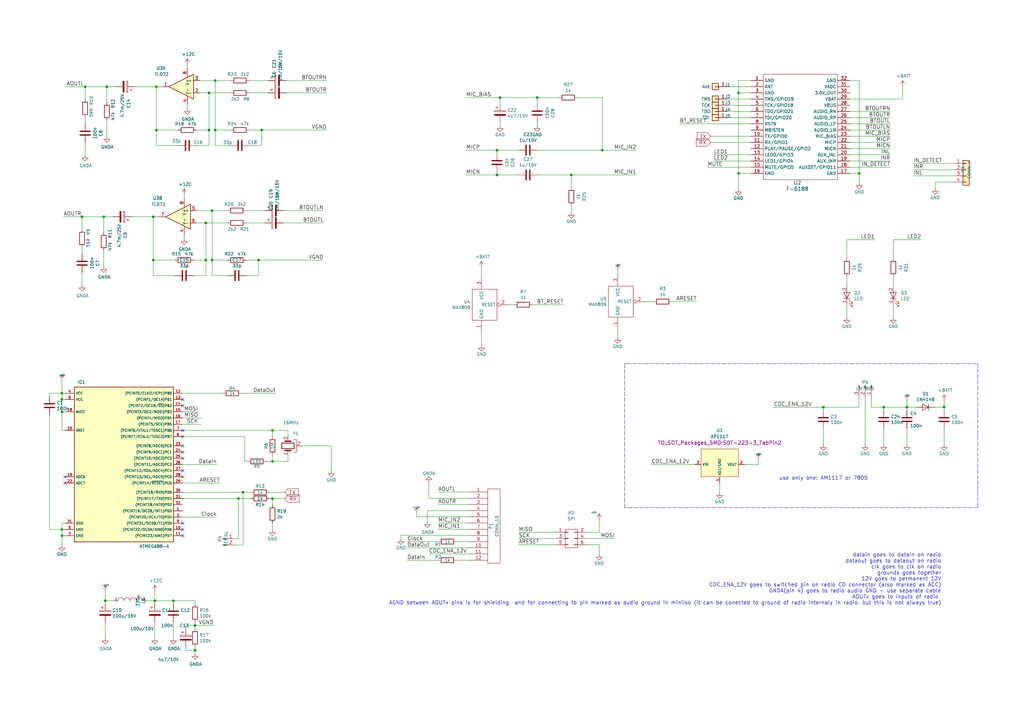
<source format=kicad_sch>
(kicad_sch (version 20200602) (host eeschema "5.99.0-unknown-6083c08~88~ubuntu18.04.1")
  (page 1 1)
  (paper "A3")
  (title_block (date "12 mar 2014"))
  (junction (at 25.4 161.29))
  (junction (at 25.4 163.83))
  (junction (at 25.4 168.91))
  (junction (at 25.4 217.17))
  (junction (at 25.4 219.71))
  (junction (at 33.655 88.9))
  (junction (at 34.925 35.56))
  (junction (at 42.545 88.9))
  (junction (at 43.18 246.38))
  (junction (at 43.815 35.56))
  (junction (at 62.865 88.9))
  (junction (at 62.865 106.68))
  (junction (at 63.5 246.38))
  (junction (at 64.135 35.56))
  (junction (at 64.135 53.34))
  (junction (at 71.12 246.38))
  (junction (at 80.01 256.54))
  (junction (at 80.01 266.7))
  (junction (at 84.455 91.44))
  (junction (at 84.455 106.68))
  (junction (at 85.725 38.1))
  (junction (at 85.725 53.34))
  (junction (at 86.995 86.36))
  (junction (at 86.995 106.68))
  (junction (at 88.265 33.02))
  (junction (at 88.265 53.34))
  (junction (at 97.79 204.47))
  (junction (at 99.695 201.93))
  (junction (at 106.045 106.68))
  (junction (at 107.315 53.34))
  (junction (at 111.76 176.53))
  (junction (at 111.76 189.23))
  (junction (at 111.76 204.47))
  (junction (at 203.835 61.595))
  (junction (at 203.835 71.755))
  (junction (at 205.105 40.005))
  (junction (at 220.345 40.005))
  (junction (at 234.315 71.755))
  (junction (at 247.015 61.595))
  (junction (at 302.895 38.1))
  (junction (at 302.895 71.12))
  (junction (at 337.693 167.005))
  (junction (at 352.425 71.12))
  (junction (at 362.458 167.005))
  (junction (at 371.983 167.005))
  (junction (at 387.223 167.005))
  (no_connect (at 74.93 179.07))
  (no_connect (at 74.93 166.37))
  (no_connect (at 74.93 219.71))
  (no_connect (at 74.93 176.53))
  (no_connect (at 74.93 214.63))
  (no_connect (at 74.93 187.96))
  (no_connect (at 74.93 217.17))
  (no_connect (at 74.93 193.04))
  (no_connect (at 74.93 195.58))
  (no_connect (at 26.67 198.12))
  (no_connect (at 74.93 182.88))
  (no_connect (at 26.67 195.58))
  (no_connect (at 74.93 185.42))
  (no_connect (at 74.93 163.83))
  (wire (pts (xy 20.32 161.29) (xy 25.4 161.29)))
  (wire (pts (xy 20.32 162.56) (xy 20.32 161.29)))
  (wire (pts (xy 20.32 217.17) (xy 20.32 170.18)))
  (wire (pts (xy 25.4 156.21) (xy 25.4 161.29)))
  (wire (pts (xy 25.4 161.29) (xy 25.4 163.83)))
  (wire (pts (xy 25.4 163.83) (xy 25.4 168.91)))
  (wire (pts (xy 25.4 168.91) (xy 25.4 176.53)))
  (wire (pts (xy 25.4 176.53) (xy 26.67 176.53)))
  (wire (pts (xy 25.4 214.63) (xy 25.4 217.17)))
  (wire (pts (xy 25.4 217.17) (xy 20.32 217.17)))
  (wire (pts (xy 25.4 217.17) (xy 25.4 219.71)))
  (wire (pts (xy 25.4 219.71) (xy 25.4 223.52)))
  (wire (pts (xy 26.035 88.9) (xy 33.655 88.9)))
  (wire (pts (xy 26.67 161.29) (xy 25.4 161.29)))
  (wire (pts (xy 26.67 163.83) (xy 25.4 163.83)))
  (wire (pts (xy 26.67 168.91) (xy 25.4 168.91)))
  (wire (pts (xy 26.67 214.63) (xy 25.4 214.63)))
  (wire (pts (xy 26.67 217.17) (xy 25.4 217.17)))
  (wire (pts (xy 26.67 219.71) (xy 25.4 219.71)))
  (wire (pts (xy 27.305 35.56) (xy 34.925 35.56)))
  (wire (pts (xy 33.655 88.9) (xy 42.545 88.9)))
  (wire (pts (xy 33.655 93.98) (xy 33.655 88.9)))
  (wire (pts (xy 33.655 101.6) (xy 33.655 104.14)))
  (wire (pts (xy 33.655 116.84) (xy 33.655 111.76)))
  (wire (pts (xy 34.925 35.56) (xy 43.815 35.56)))
  (wire (pts (xy 34.925 40.64) (xy 34.925 35.56)))
  (wire (pts (xy 34.925 48.26) (xy 34.925 50.8)))
  (wire (pts (xy 34.925 63.5) (xy 34.925 58.42)))
  (wire (pts (xy 42.545 88.9) (xy 46.355 88.9)))
  (wire (pts (xy 42.545 95.25) (xy 42.545 88.9)))
  (wire (pts (xy 42.545 109.22) (xy 42.545 102.87)))
  (wire (pts (xy 43.18 242.57) (xy 43.18 246.38)))
  (wire (pts (xy 43.18 246.38) (xy 43.18 247.65)))
  (wire (pts (xy 43.18 246.38) (xy 46.99 246.38)))
  (wire (pts (xy 43.18 255.27) (xy 43.18 261.62)))
  (wire (pts (xy 43.815 35.56) (xy 47.625 35.56)))
  (wire (pts (xy 43.815 41.91) (xy 43.815 35.56)))
  (wire (pts (xy 43.815 55.88) (xy 43.815 49.53)))
  (wire (pts (xy 53.975 88.9) (xy 62.865 88.9)))
  (wire (pts (xy 55.245 35.56) (xy 64.135 35.56)))
  (wire (pts (xy 59.69 246.38) (xy 63.5 246.38)))
  (wire (pts (xy 62.865 88.9) (xy 62.865 106.68)))
  (wire (pts (xy 62.865 88.9) (xy 65.405 88.9)))
  (wire (pts (xy 62.865 106.68) (xy 62.865 113.03)))
  (wire (pts (xy 62.865 113.03) (xy 71.755 113.03)))
  (wire (pts (xy 63.5 242.57) (xy 63.5 246.38)))
  (wire (pts (xy 63.5 246.38) (xy 63.5 247.65)))
  (wire (pts (xy 63.5 246.38) (xy 71.12 246.38)))
  (wire (pts (xy 63.5 255.27) (xy 63.5 261.62)))
  (wire (pts (xy 64.135 35.56) (xy 64.135 53.34)))
  (wire (pts (xy 64.135 35.56) (xy 66.675 35.56)))
  (wire (pts (xy 64.135 53.34) (xy 64.135 59.69)))
  (wire (pts (xy 64.135 59.69) (xy 73.025 59.69)))
  (wire (pts (xy 71.12 246.38) (xy 71.12 247.65)))
  (wire (pts (xy 71.12 246.38) (xy 80.01 246.38)))
  (wire (pts (xy 71.12 255.27) (xy 71.12 261.62)))
  (wire (pts (xy 71.755 106.68) (xy 62.865 106.68)))
  (wire (pts (xy 73.025 53.34) (xy 64.135 53.34)))
  (wire (pts (xy 74.93 161.29) (xy 91.44 161.29)))
  (wire (pts (xy 74.93 171.45) (xy 82.55 171.45)))
  (wire (pts (xy 74.93 173.99) (xy 82.55 173.99)))
  (wire (pts (xy 74.93 176.53) (xy 111.76 176.53)))
  (wire (pts (xy 74.93 179.07) (xy 100.33 179.07)))
  (wire (pts (xy 74.93 190.5) (xy 88.9 190.5)))
  (wire (pts (xy 74.93 198.12) (xy 90.17 198.12)))
  (wire (pts (xy 74.93 201.93) (xy 99.695 201.93)))
  (wire (pts (xy 74.93 204.47) (xy 97.79 204.47)))
  (wire (pts (xy 74.93 212.09) (xy 88.9 212.09)))
  (wire (pts (xy 75.565 80.01) (xy 75.565 81.28)))
  (wire (pts (xy 75.565 97.79) (xy 75.565 96.52)))
  (wire (pts (xy 76.2 256.54) (xy 80.01 256.54)))
  (wire (pts (xy 76.2 257.81) (xy 76.2 256.54)))
  (wire (pts (xy 76.2 265.43) (xy 76.2 266.7)))
  (wire (pts (xy 76.2 266.7) (xy 80.01 266.7)))
  (wire (pts (xy 76.835 26.67) (xy 76.835 27.94)))
  (wire (pts (xy 76.835 44.45) (xy 76.835 43.18)))
  (wire (pts (xy 79.375 106.68) (xy 84.455 106.68)))
  (wire (pts (xy 80.01 246.38) (xy 80.01 247.65)))
  (wire (pts (xy 80.01 255.27) (xy 80.01 256.54)))
  (wire (pts (xy 80.01 256.54) (xy 80.01 257.81)))
  (wire (pts (xy 80.01 256.54) (xy 87.63 256.54)))
  (wire (pts (xy 80.01 265.43) (xy 80.01 266.7)))
  (wire (pts (xy 80.01 266.7) (xy 80.01 267.97)))
  (wire (pts (xy 80.645 53.34) (xy 85.725 53.34)))
  (wire (pts (xy 80.645 86.36) (xy 86.995 86.36)))
  (wire (pts (xy 80.645 91.44) (xy 84.455 91.44)))
  (wire (pts (xy 81.28 168.91) (xy 74.93 168.91)))
  (wire (pts (xy 81.915 33.02) (xy 88.265 33.02)))
  (wire (pts (xy 81.915 38.1) (xy 85.725 38.1)))
  (wire (pts (xy 84.455 91.44) (xy 84.455 106.68)))
  (wire (pts (xy 84.455 91.44) (xy 93.345 91.44)))
  (wire (pts (xy 84.455 106.68) (xy 84.455 113.03)))
  (wire (pts (xy 84.455 113.03) (xy 79.375 113.03)))
  (wire (pts (xy 85.725 38.1) (xy 85.725 53.34)))
  (wire (pts (xy 85.725 38.1) (xy 94.615 38.1)))
  (wire (pts (xy 85.725 53.34) (xy 85.725 59.69)))
  (wire (pts (xy 85.725 59.69) (xy 80.645 59.69)))
  (wire (pts (xy 86.995 86.36) (xy 86.995 106.68)))
  (wire (pts (xy 86.995 86.36) (xy 93.345 86.36)))
  (wire (pts (xy 86.995 106.68) (xy 86.995 113.03)))
  (wire (pts (xy 86.995 113.03) (xy 93.345 113.03)))
  (wire (pts (xy 88.265 33.02) (xy 88.265 53.34)))
  (wire (pts (xy 88.265 33.02) (xy 94.615 33.02)))
  (wire (pts (xy 88.265 53.34) (xy 88.265 59.69)))
  (wire (pts (xy 88.265 59.69) (xy 94.615 59.69)))
  (wire (pts (xy 93.345 106.68) (xy 86.995 106.68)))
  (wire (pts (xy 94.615 53.34) (xy 88.265 53.34)))
  (wire (pts (xy 96.52 220.98) (xy 97.79 220.98)))
  (wire (pts (xy 96.52 223.52) (xy 99.695 223.52)))
  (wire (pts (xy 97.79 204.47) (xy 102.87 204.47)))
  (wire (pts (xy 97.79 220.98) (xy 97.79 204.47)))
  (wire (pts (xy 99.06 161.29) (xy 113.03 161.29)))
  (wire (pts (xy 99.695 201.93) (xy 102.87 201.93)))
  (wire (pts (xy 99.695 223.52) (xy 99.695 201.93)))
  (wire (pts (xy 100.33 179.07) (xy 100.33 189.23)))
  (wire (pts (xy 100.33 189.23) (xy 101.6 189.23)))
  (wire (pts (xy 100.965 86.36) (xy 108.585 86.36)))
  (wire (pts (xy 100.965 91.44) (xy 108.585 91.44)))
  (wire (pts (xy 100.965 106.68) (xy 106.045 106.68)))
  (wire (pts (xy 100.965 113.03) (xy 106.045 113.03)))
  (wire (pts (xy 102.235 33.02) (xy 109.855 33.02)))
  (wire (pts (xy 102.235 38.1) (xy 109.855 38.1)))
  (wire (pts (xy 102.235 53.34) (xy 107.315 53.34)))
  (wire (pts (xy 102.235 59.69) (xy 107.315 59.69)))
  (wire (pts (xy 106.045 106.68) (xy 132.715 106.68)))
  (wire (pts (xy 106.045 113.03) (xy 106.045 106.68)))
  (wire (pts (xy 107.315 53.34) (xy 133.985 53.34)))
  (wire (pts (xy 107.315 59.69) (xy 107.315 53.34)))
  (wire (pts (xy 109.22 189.23) (xy 111.76 189.23)))
  (wire (pts (xy 110.49 201.93) (xy 116.84 201.93)))
  (wire (pts (xy 110.49 204.47) (xy 111.76 204.47)))
  (wire (pts (xy 111.76 176.53) (xy 111.76 179.07)))
  (wire (pts (xy 111.76 176.53) (xy 118.11 176.53)))
  (wire (pts (xy 111.76 186.69) (xy 111.76 189.23)))
  (wire (pts (xy 111.76 189.23) (xy 118.11 189.23)))
  (wire (pts (xy 111.76 204.47) (xy 116.84 204.47)))
  (wire (pts (xy 111.76 207.01) (xy 111.76 204.47)))
  (wire (pts (xy 111.76 217.17) (xy 111.76 214.63)))
  (wire (pts (xy 118.11 176.53) (xy 118.11 179.07)))
  (wire (pts (xy 118.11 189.23) (xy 118.11 186.69)))
  (wire (pts (xy 132.715 86.36) (xy 116.205 86.36)))
  (wire (pts (xy 132.715 91.44) (xy 116.205 91.44)))
  (wire (pts (xy 133.985 33.02) (xy 117.475 33.02)))
  (wire (pts (xy 133.985 38.1) (xy 117.475 38.1)))
  (wire (pts (xy 135.89 182.88) (xy 123.19 182.88)))
  (wire (pts (xy 135.89 193.04) (xy 135.89 182.88)))
  (wire (pts (xy 164.465 219.583) (xy 164.465 220.853)))
  (wire (pts (xy 164.465 219.583) (xy 192.405 219.583)))
  (wire (pts (xy 167.005 224.663) (xy 192.405 224.663)))
  (wire (pts (xy 170.815 211.963) (xy 170.815 210.693)))
  (wire (pts (xy 170.815 211.963) (xy 192.405 211.963)))
  (wire (pts (xy 175.26 209.423) (xy 192.405 209.423)))
  (wire (pts (xy 175.26 213.868) (xy 175.26 209.423)))
  (wire (pts (xy 175.895 197.993) (xy 175.895 204.343)))
  (wire (pts (xy 175.895 204.343) (xy 192.405 204.343)))
  (wire (pts (xy 175.895 227.203) (xy 192.405 227.203)))
  (wire (pts (xy 179.705 214.503) (xy 192.405 214.503)))
  (wire (pts (xy 179.705 217.043) (xy 192.405 217.043)))
  (wire (pts (xy 179.705 222.123) (xy 167.005 222.123)))
  (wire (pts (xy 179.705 229.743) (xy 167.005 229.743)))
  (wire (pts (xy 187.325 222.123) (xy 192.405 222.123)))
  (wire (pts (xy 187.325 229.743) (xy 192.405 229.743)))
  (wire (pts (xy 191.135 40.005) (xy 205.105 40.005)))
  (wire (pts (xy 192.405 201.803) (xy 179.705 201.803)))
  (wire (pts (xy 192.405 206.883) (xy 179.705 206.883)))
  (wire (pts (xy 197.485 113.538) (xy 197.485 109.728)))
  (wire (pts (xy 197.485 141.478) (xy 197.485 136.398)))
  (wire (pts (xy 203.835 61.595) (xy 191.135 61.595)))
  (wire (pts (xy 203.835 62.865) (xy 203.835 61.595)))
  (wire (pts (xy 203.835 70.485) (xy 203.835 71.755)))
  (wire (pts (xy 203.835 71.755) (xy 191.135 71.755)))
  (wire (pts (xy 205.105 40.005) (xy 220.345 40.005)))
  (wire (pts (xy 205.105 42.545) (xy 205.105 40.005)))
  (wire (pts (xy 205.105 51.435) (xy 205.105 50.165)))
  (wire (pts (xy 208.915 124.968) (xy 210.82 124.968)))
  (wire (pts (xy 212.725 61.595) (xy 203.835 61.595)))
  (wire (pts (xy 212.725 71.755) (xy 203.835 71.755)))
  (wire (pts (xy 212.725 220.853) (xy 227.965 220.853)))
  (wire (pts (xy 220.345 40.005) (xy 229.235 40.005)))
  (wire (pts (xy 220.345 42.545) (xy 220.345 40.005)))
  (wire (pts (xy 220.345 51.435) (xy 220.345 50.165)))
  (wire (pts (xy 220.345 61.595) (xy 247.015 61.595)))
  (wire (pts (xy 220.345 71.755) (xy 234.315 71.755)))
  (wire (pts (xy 227.965 218.313) (xy 212.725 218.313)))
  (wire (pts (xy 227.965 223.393) (xy 212.725 223.393)))
  (wire (pts (xy 231.14 124.968) (xy 218.44 124.968)))
  (wire (pts (xy 234.315 71.755) (xy 260.985 71.755)))
  (wire (pts (xy 234.315 76.835) (xy 234.315 71.755)))
  (wire (pts (xy 234.315 86.995) (xy 234.315 84.455)))
  (wire (pts (xy 236.855 40.005) (xy 247.015 40.005)))
  (wire (pts (xy 240.665 218.313) (xy 245.745 218.313)))
  (wire (pts (xy 240.665 220.853) (xy 252.095 220.853)))
  (wire (pts (xy 240.665 223.393) (xy 245.745 223.393)))
  (wire (pts (xy 245.745 218.313) (xy 245.745 213.233)))
  (wire (pts (xy 245.745 223.393) (xy 245.745 227.203)))
  (wire (pts (xy 247.015 40.005) (xy 247.015 61.595)))
  (wire (pts (xy 247.015 61.595) (xy 260.985 61.595)))
  (wire (pts (xy 253.365 110.998) (xy 253.365 112.268)))
  (wire (pts (xy 253.365 135.128) (xy 253.365 138.303)))
  (wire (pts (xy 264.795 123.698) (xy 267.97 123.698)))
  (wire (pts (xy 267.208 190.5) (xy 284.988 190.5)))
  (wire (pts (xy 278.765 50.8) (xy 307.975 50.8)))
  (wire (pts (xy 285.75 123.698) (xy 275.59 123.698)))
  (wire (pts (xy 295.148 198.12) (xy 295.148 201.93)))
  (wire (pts (xy 298.45 43.18) (xy 307.975 43.18)))
  (wire (pts (xy 298.45 48.26) (xy 307.975 48.26)))
  (wire (pts (xy 302.895 33.02) (xy 302.895 38.1)))
  (wire (pts (xy 302.895 38.1) (xy 302.895 71.12)))
  (wire (pts (xy 302.895 71.12) (xy 302.895 77.47)))
  (wire (pts (xy 305.308 190.5) (xy 311.023 190.5)))
  (wire (pts (xy 307.975 33.02) (xy 302.895 33.02)))
  (wire (pts (xy 307.975 35.56) (xy 298.45 35.56)))
  (wire (pts (xy 307.975 38.1) (xy 302.895 38.1)))
  (wire (pts (xy 307.975 40.64) (xy 298.45 40.64)))
  (wire (pts (xy 307.975 45.72) (xy 298.45 45.72)))
  (wire (pts (xy 307.975 55.88) (xy 291.465 55.88)))
  (wire (pts (xy 307.975 58.42) (xy 291.465 58.42)))
  (wire (pts (xy 307.975 63.5) (xy 292.735 63.5)))
  (wire (pts (xy 307.975 66.04) (xy 292.735 66.04)))
  (wire (pts (xy 307.975 68.58) (xy 290.195 68.58)))
  (wire (pts (xy 307.975 71.12) (xy 302.895 71.12)))
  (wire (pts (xy 311.023 188.595) (xy 311.023 190.5)))
  (wire (pts (xy 337.693 167.005) (xy 317.373 167.005)))
  (wire (pts (xy 337.693 167.005) (xy 337.693 168.275)))
  (wire (pts (xy 337.693 167.005) (xy 352.298 167.005)))
  (wire (pts (xy 337.693 175.895) (xy 337.693 182.245)))
  (wire (pts (xy 347.345 98.298) (xy 358.775 98.298)))
  (wire (pts (xy 347.345 105.918) (xy 347.345 98.298)))
  (wire (pts (xy 347.345 113.538) (xy 347.345 117.348)))
  (wire (pts (xy 347.345 124.968) (xy 347.345 130.048)))
  (wire (pts (xy 348.615 45.72) (xy 365.125 45.72)))
  (wire (pts (xy 348.615 48.26) (xy 365.125 48.26)))
  (wire (pts (xy 348.615 50.8) (xy 365.125 50.8)))
  (wire (pts (xy 348.615 53.34) (xy 365.125 53.34)))
  (wire (pts (xy 348.615 55.88) (xy 365.125 55.88)))
  (wire (pts (xy 348.615 58.42) (xy 365.125 58.42)))
  (wire (pts (xy 348.615 60.96) (xy 365.125 60.96)))
  (wire (pts (xy 348.615 63.5) (xy 365.125 63.5)))
  (wire (pts (xy 348.615 66.04) (xy 365.125 66.04)))
  (wire (pts (xy 348.615 68.58) (xy 365.125 68.58)))
  (wire (pts (xy 348.615 71.12) (xy 352.425 71.12)))
  (wire (pts (xy 352.298 163.195) (xy 352.298 167.005)))
  (wire (pts (xy 352.425 33.02) (xy 348.615 33.02)))
  (wire (pts (xy 352.425 71.12) (xy 352.425 33.02)))
  (wire (pts (xy 352.425 74.93) (xy 352.425 71.12)))
  (wire (pts (xy 354.838 163.195) (xy 354.838 182.245)))
  (wire (pts (xy 357.378 163.195) (xy 357.378 167.005)))
  (wire (pts (xy 357.378 167.005) (xy 362.458 167.005)))
  (wire (pts (xy 362.458 167.005) (xy 362.458 168.275)))
  (wire (pts (xy 362.458 167.005) (xy 371.983 167.005)))
  (wire (pts (xy 362.458 175.895) (xy 362.458 182.245)))
  (wire (pts (xy 366.395 98.298) (xy 377.825 98.298)))
  (wire (pts (xy 366.395 105.918) (xy 366.395 98.298)))
  (wire (pts (xy 366.395 113.538) (xy 366.395 117.348)))
  (wire (pts (xy 366.395 124.968) (xy 366.395 130.048)))
  (wire (pts (xy 370.205 40.64) (xy 348.615 40.64)))
  (wire (pts (xy 370.205 40.64) (xy 370.205 35.56)))
  (wire (pts (xy 371.983 164.465) (xy 371.983 167.005)))
  (wire (pts (xy 371.983 167.005) (xy 371.983 168.275)))
  (wire (pts (xy 371.983 167.005) (xy 375.793 167.005)))
  (wire (pts (xy 371.983 175.895) (xy 371.983 182.245)))
  (wire (pts (xy 383.413 167.005) (xy 387.223 167.005)))
  (wire (pts (xy 383.54 74.676) (xy 391.16 74.676)))
  (wire (pts (xy 383.54 77.216) (xy 383.54 74.676)))
  (wire (pts (xy 387.223 164.465) (xy 387.223 167.005)))
  (wire (pts (xy 387.223 167.005) (xy 387.223 168.275)))
  (wire (pts (xy 387.223 182.245) (xy 387.223 175.895)))
  (wire (pts (xy 391.16 67.056) (xy 374.65 67.056)))
  (wire (pts (xy 391.16 69.596) (xy 374.65 69.596)))
  (wire (pts (xy 391.16 72.136) (xy 374.65 72.136)))
  (polyline (pts (xy 256.159 149.098) (xy 257.175 149.098)) (stroke (width 0) (type dash)))
  (polyline (pts (xy 256.159 208.153) (xy 256.159 149.098)) (stroke (width 0) (type dash)))
  (polyline (pts (xy 257.175 149.098) (xy 401.066 149.098)) (stroke (width 0) (type dash)))
  (polyline (pts (xy 401.066 149.098) (xy 401.066 208.153)) (stroke (width 0) (type dash)))
  (polyline (pts (xy 401.066 208.153) (xy 256.159 208.153)) (stroke (width 0) (type dash)))
  (text "use only one: AM1117 or 7805" (at 355.981 197.104 180) (effects (font (size 1.524 1.524)) (justify right bottom)))
  (text "datain goes to datain on radio\ndataout goes to dataout on radio\nclk goes to clk on radio\ngrounds goes together\n12V goes to permanent 12V\nCDC_ENA_12V goes to switched pin on radio CD connector (also marked as ACC)\nGNDA(pin 4) goes to radio audio GND - use separate cable\nAOUTx goes to inputs of radio \nAGND between AOUTx pins is for shielding  and for connecting to pin marked as audio ground in miniiso (it can be conected to ground of radio internaly in radio, but this is not always true)\n  " (at 386.08 250.698 0) (effects (font (size 1.524 1.524)) (justify right bottom)))
  (label "AOUTR" (at 26.035 88.9 0) (effects (font (size 1.524 1.524))))
  (label "AOUTL" (at 27.305 35.56 0) (effects (font (size 1.524 1.524))))
  (label "MOSI" (at 81.28 168.91 180) (effects (font (size 1.524 1.524))))
  (label "MISO" (at 81.28 171.45 180) (effects (font (size 1.524 1.524))))
  (label "SCK" (at 81.28 173.99 180) (effects (font (size 1.524 1.524))))
  (label "VGND" (at 87.63 256.54 180) (effects (font (size 1.524 1.524))))
  (label "DataIn" (at 88.9 190.5 180) (effects (font (size 1.524 1.524))))
  (label "Clock" (at 88.9 212.09 180) (effects (font (size 1.524 1.524))))
  (label "ARESET" (at 90.17 198.12 180) (effects (font (size 1.524 1.524))))
  (label "DataOut" (at 113.03 161.29 180) (effects (font (size 1.524 1.524))))
  (label "BTOUTLN" (at 132.715 86.36 180) (effects (font (size 1.524 1.524))))
  (label "BTOUTL" (at 132.715 91.44 180) (effects (font (size 1.524 1.524))))
  (label "VGND" (at 132.715 106.68 180) (effects (font (size 1.524 1.524))))
  (label "BTOUTRN" (at 133.985 33.02 180) (effects (font (size 1.524 1.524))))
  (label "BTOUTR" (at 133.985 38.1 180) (effects (font (size 1.524 1.524))))
  (label "VGND" (at 133.985 53.34 180) (effects (font (size 1.524 1.524))))
  (label "Clock" (at 167.005 222.123 0) (effects (font (size 1.524 1.524))))
  (label "DataOut" (at 167.005 224.663 0) (effects (font (size 1.524 1.524))))
  (label "DataIn" (at 167.005 229.743 0) (effects (font (size 1.524 1.524))))
  (label "CDC_ENA_12V" (at 175.895 227.203 0) (effects (font (size 1.524 1.524))))
  (label "AOUTL" (at 179.705 201.803 0) (effects (font (size 1.524 1.524))))
  (label "AOUTR" (at 179.705 206.883 0) (effects (font (size 1.524 1.524))))
  (label "MIC_IN2" (at 179.705 214.503 0) (effects (font (size 1.524 1.524))))
  (label "MIC_IN1" (at 179.705 217.043 0) (effects (font (size 1.524 1.524))))
  (label "MIC_BIAS" (at 191.135 40.005 0) (effects (font (size 1.524 1.524))))
  (label "MICP" (at 191.135 61.595 0) (effects (font (size 1.524 1.524))))
  (label "MICN" (at 191.135 71.755 0) (effects (font (size 1.524 1.524))))
  (label "MISO" (at 212.725 218.313 0) (effects (font (size 1.524 1.524))))
  (label "SCK" (at 212.725 220.853 0) (effects (font (size 1.524 1.524))))
  (label "ARESET" (at 212.725 223.393 0) (effects (font (size 1.524 1.524))))
  (label "BT_RESET" (at 231.14 124.968 180) (effects (font (size 1.524 1.524))))
  (label "MOSI" (at 252.095 220.853 180) (effects (font (size 1.524 1.524))))
  (label "MIC_IN2" (at 260.985 61.595 180) (effects (font (size 1.524 1.524))))
  (label "MIC_IN1" (at 260.985 71.755 180) (effects (font (size 1.524 1.524))))
  (label "CDC_ENA_12V" (at 267.208 190.5 0) (effects (font (size 1.524 1.524))))
  (label "BT_RESET" (at 278.765 50.8 0) (effects (font (size 1.524 1.524))))
  (label "ARESET" (at 285.75 123.698 180) (effects (font (size 1.524 1.524))))
  (label "MUTE" (at 290.195 68.58 0) (effects (font (size 1.524 1.524))))
  (label "LED1" (at 292.735 63.5 0) (effects (font (size 1.524 1.524))))
  (label "LED2" (at 292.735 66.04 0) (effects (font (size 1.524 1.524))))
  (label "CDC_ENA_12V" (at 317.373 167.005 0) (effects (font (size 1.524 1.524))))
  (label "LED1" (at 358.775 98.298 180) (effects (font (size 1.524 1.524))))
  (label "BTOUTRN" (at 365.125 45.72 180) (effects (font (size 1.524 1.524))))
  (label "BTOUTR" (at 365.125 48.26 180) (effects (font (size 1.524 1.524))))
  (label "BTOUTL" (at 365.125 50.8 180) (effects (font (size 1.524 1.524))))
  (label "BTOUTLN" (at 365.125 53.34 180) (effects (font (size 1.524 1.524))))
  (label "MIC_BIAS" (at 365.125 55.88 180) (effects (font (size 1.524 1.524))))
  (label "MICP" (at 365.125 58.42 180) (effects (font (size 1.524 1.524))))
  (label "MICN" (at 365.125 60.96 180) (effects (font (size 1.524 1.524))))
  (label "INL" (at 365.125 63.5 180) (effects (font (size 1.524 1.524))))
  (label "INR" (at 365.125 66.04 180) (effects (font (size 1.524 1.524))))
  (label "IN_DETECT" (at 365.125 68.58 180) (effects (font (size 1.524 1.524))))
  (label "IN_DETECT" (at 374.65 67.056 0) (effects (font (size 1.524 1.524))))
  (label "INR" (at 374.65 69.596 0) (effects (font (size 1.524 1.524))))
  (label "INL" (at 374.65 72.136 0) (effects (font (size 1.524 1.524))))
  (label "LED2" (at 377.825 98.298 180) (effects (font (size 1.524 1.524))))
  (global_label "TX" (shape input) (at 116.84 201.93 0) (effects (font (size 1.524 1.524))))
  (global_label "RX" (shape input) (at 116.84 204.47 0) (effects (font (size 1.524 1.524))))
  (global_label "TX" (shape input) (at 291.465 55.88 180) (effects (font (size 1.524 1.524))))
  (global_label "RX" (shape input) (at 291.465 58.42 180) (effects (font (size 1.524 1.524))))
  (symbol (lib_id "atmegax8_with_bluetooth-rescue:+5V-RESCUE-atmegax8_with_bluetooth") (at 25.4 156.21 0) (unit 1)
    (property "Reference" "#PWR04" (effects hide))
    (property "Value" "+5V" (at 25.4 153.924 0) (effects (font (size 0.762 0.762))))
  )
  (symbol (lib_id "atmegax8_with_bluetooth-rescue:+12V-RESCUE-atmegax8_with_bluetooth") (at 43.18 242.57 0) (unit 1)
    (property "Reference" "#PWR02" (effects hide))
    (property "Value" "+12V" (at 43.18 240.03 0) (effects (font (size 0.762 0.762))))
  )
  (symbol (lib_id "atmegax8_with_bluetooth-rescue:+12C-RESCUE-atmegax8_with_bluetooth") (at 63.5 242.57 0) (unit 1)
    (property "Reference" "#PWR023" (effects hide))
    (property "Value" "+12C" (at 63.9572 238.1504 0))
  )
  (symbol (lib_id "atmegax8_with_bluetooth-rescue:+12C-RESCUE-atmegax8_with_bluetooth") (at 75.565 80.01 0) (unit 1)
    (property "Reference" "#PWR034" (effects hide))
    (property "Value" "+12C" (at 76.0222 75.5904 0))
  )
  (symbol (lib_id "atmegax8_with_bluetooth-rescue:+12C-RESCUE-atmegax8_with_bluetooth") (at 76.835 26.67 0) (unit 1)
    (property "Reference" "#PWR030" (effects hide))
    (property "Value" "+12C" (at 77.2922 22.2504 0))
  )
  (symbol (lib_id "atmegax8_with_bluetooth-rescue:+12V-RESCUE-atmegax8_with_bluetooth") (at 170.815 210.693 0) (unit 1)
    (property "Reference" "#PWR05" (effects hide))
    (property "Value" "+12V" (at 170.815 208.153 0) (effects (font (size 0.762 0.762))))
  )
  (symbol (lib_id "atmegax8_with_bluetooth-rescue:+BATT-RESCUE-atmegax8_with_bluetooth") (at 197.485 109.728 0) (unit 1)
    (property "Reference" "#PWR018" (effects hide))
    (property "Value" "+BATT" (at 197.9422 105.3084 0))
  )
  (symbol (lib_id "atmegax8_with_bluetooth-rescue:+5V-RESCUE-atmegax8_with_bluetooth") (at 245.745 213.233 0) (unit 1)
    (property "Reference" "#PWR019" (effects hide))
    (property "Value" "+5V" (at 243.586 210.185 0) (effects (font (size 0.762 0.762))))
  )
  (symbol (lib_id "atmegax8_with_bluetooth-rescue:+5V-RESCUE-atmegax8_with_bluetooth") (at 253.365 110.998 0) (unit 1)
    (property "Reference" "#PWR01" (effects hide))
    (property "Value" "+5V" (at 253.365 108.712 0) (effects (font (size 0.762 0.762))))
  )
  (symbol (lib_id "atmegax8_with_bluetooth-rescue:+5V-RESCUE-atmegax8_with_bluetooth") (at 311.023 188.595 0) (unit 1)
    (property "Reference" "#PWR0102" (effects hide))
    (property "Value" "+5V" (at 311.023 186.309 0) (effects (font (size 0.762 0.762))))
  )
  (symbol (lib_id "atmegax8_with_bluetooth-rescue:+BATT-RESCUE-atmegax8_with_bluetooth") (at 370.205 35.56 0) (unit 1)
    (property "Reference" "#PWR015" (effects hide))
    (property "Value" "+BATT" (at 370.6622 31.1404 0))
  )
  (symbol (lib_id "atmegax8_with_bluetooth-rescue:+5V-RESCUE-atmegax8_with_bluetooth") (at 371.983 164.465 0) (unit 1)
    (property "Reference" "#PWR03" (effects hide))
    (property "Value" "+5V" (at 371.983 162.179 0) (effects (font (size 0.762 0.762))))
  )
  (symbol (lib_id "atmegax8_with_bluetooth-rescue:+BATT-RESCUE-atmegax8_with_bluetooth") (at 387.223 164.465 0) (unit 1)
    (property "Reference" "#PWR014" (effects hide))
    (property "Value" "+BATT" (at 387.6802 160.0454 0))
  )
  (symbol (lib_id "atmegax8_with_bluetooth-rescue:GND-RESCUE-atmegax8_with_bluetooth") (at 25.4 223.52 0) (unit 1)
    (property "Reference" "#PWR06" (effects hide))
    (property "Value" "GND" (at 25.4 227.33 0))
  )
  (symbol (lib_id "atmegax8_with_bluetooth-rescue:GNDA-RESCUE-atmegax8_with_bluetooth") (at 33.655 116.84 0) (unit 1)
    (property "Reference" "#PWR037" (effects hide))
    (property "Value" "GNDA" (at 33.8582 121.2596 0))
  )
  (symbol (lib_id "atmegax8_with_bluetooth-rescue:GNDA-RESCUE-atmegax8_with_bluetooth") (at 34.925 63.5 0) (unit 1)
    (property "Reference" "#PWR033" (effects hide))
    (property "Value" "GNDA" (at 35.1282 67.9196 0))
  )
  (symbol (lib_id "atmegax8_with_bluetooth-rescue:GNDA-RESCUE-atmegax8_with_bluetooth") (at 42.545 109.22 0) (unit 1)
    (property "Reference" "#PWR036" (effects hide))
    (property "Value" "GNDA" (at 42.7482 113.6396 0))
  )
  (symbol (lib_id "atmegax8_with_bluetooth-rescue:GNDA-RESCUE-atmegax8_with_bluetooth") (at 43.18 261.62 0) (unit 1)
    (property "Reference" "#PWR0101" (effects hide))
    (property "Value" "GNDA" (at 43.3832 266.0396 0))
  )
  (symbol (lib_id "atmegax8_with_bluetooth-rescue:GNDA-RESCUE-atmegax8_with_bluetooth") (at 43.815 55.88 0) (unit 1)
    (property "Reference" "#PWR032" (effects hide))
    (property "Value" "GNDA" (at 44.0182 60.2996 0))
  )
  (symbol (lib_id "atmegax8_with_bluetooth-rescue:GNDA-RESCUE-atmegax8_with_bluetooth") (at 63.5 261.62 0) (unit 1)
    (property "Reference" "#PWR025" (effects hide))
    (property "Value" "GNDA" (at 63.7032 266.0396 0))
  )
  (symbol (lib_id "atmegax8_with_bluetooth-rescue:GNDA-RESCUE-atmegax8_with_bluetooth") (at 71.12 261.62 0) (unit 1)
    (property "Reference" "#PWR026" (effects hide))
    (property "Value" "GNDA" (at 71.3232 266.0396 0))
  )
  (symbol (lib_id "atmegax8_with_bluetooth-rescue:GNDA-RESCUE-atmegax8_with_bluetooth") (at 75.565 97.79 0) (unit 1)
    (property "Reference" "#PWR035" (effects hide))
    (property "Value" "GNDA" (at 75.7682 102.2096 0))
  )
  (symbol (lib_id "atmegax8_with_bluetooth-rescue:GNDA-RESCUE-atmegax8_with_bluetooth") (at 76.835 44.45 0) (unit 1)
    (property "Reference" "#PWR031" (effects hide))
    (property "Value" "GNDA" (at 77.0382 48.8696 0))
  )
  (symbol (lib_id "atmegax8_with_bluetooth-rescue:GNDA-RESCUE-atmegax8_with_bluetooth") (at 80.01 267.97 0) (unit 1)
    (property "Reference" "#PWR027" (effects hide))
    (property "Value" "GNDA" (at 80.2132 272.3896 0))
  )
  (symbol (lib_id "atmegax8_with_bluetooth-rescue:GND-RESCUE-atmegax8_with_bluetooth") (at 111.76 217.17 0) (unit 1)
    (property "Reference" "#PWR028" (effects hide))
    (property "Value" "GND" (at 111.76 220.98 0))
  )
  (symbol (lib_id "atmegax8_with_bluetooth-rescue:GND-RESCUE-atmegax8_with_bluetooth") (at 135.89 193.04 0) (unit 1)
    (property "Reference" "#PWR07" (effects hide))
    (property "Value" "GND" (at 135.89 196.85 0))
  )
  (symbol (lib_id "atmegax8_with_bluetooth-rescue:GND-RESCUE-atmegax8_with_bluetooth") (at 164.465 220.853 0) (unit 1)
    (property "Reference" "#PWR011" (effects hide))
    (property "Value" "GND" (at 164.465 224.663 0))
  )
  (symbol (lib_id "atmegax8_with_bluetooth-rescue:GNDA-RESCUE-atmegax8_with_bluetooth") (at 175.26 213.868 0) (unit 1)
    (property "Reference" "#PWR0103" (effects hide))
    (property "Value" "GNDA" (at 175.4632 218.2876 0))
  )
  (symbol (lib_id "atmegax8_with_bluetooth-rescue:GNDA-RESCUE-atmegax8_with_bluetooth") (at 175.895 197.993 180) (unit 1)
    (property "Reference" "#PWR021" (effects hide))
    (property "Value" "GNDA" (at 175.895 194.183 0))
  )
  (symbol (lib_id "atmegax8_with_bluetooth-rescue:GND-RESCUE-atmegax8_with_bluetooth") (at 197.485 141.478 0) (unit 1)
    (property "Reference" "#PWR017" (effects hide))
    (property "Value" "GND" (at 197.485 145.288 0))
  )
  (symbol (lib_id "atmegax8_with_bluetooth-rescue:GND-RESCUE-atmegax8_with_bluetooth") (at 205.105 51.435 0) (unit 1)
    (property "Reference" "#PWR038" (effects hide))
    (property "Value" "GND" (at 205.105 55.245 0))
  )
  (symbol (lib_id "atmegax8_with_bluetooth-rescue:GND-RESCUE-atmegax8_with_bluetooth") (at 220.345 51.435 0) (unit 1)
    (property "Reference" "#PWR013" (effects hide))
    (property "Value" "GND" (at 220.345 55.245 0))
  )
  (symbol (lib_id "atmegax8_with_bluetooth-rescue:GND-RESCUE-atmegax8_with_bluetooth") (at 234.315 86.995 0) (unit 1)
    (property "Reference" "#PWR029" (effects hide))
    (property "Value" "GND" (at 234.315 90.805 0))
  )
  (symbol (lib_id "atmegax8_with_bluetooth-rescue:GND-RESCUE-atmegax8_with_bluetooth") (at 245.745 227.203 0) (unit 1)
    (property "Reference" "#PWR020" (effects hide))
    (property "Value" "GND" (at 245.745 231.013 0))
  )
  (symbol (lib_id "atmegax8_with_bluetooth-rescue:GND-RESCUE-atmegax8_with_bluetooth") (at 253.365 138.303 0) (unit 1)
    (property "Reference" "#PWR012" (effects hide))
    (property "Value" "GND" (at 253.365 142.113 0))
  )
  (symbol (lib_id "atmegax8_with_bluetooth-rescue:GND-RESCUE-atmegax8_with_bluetooth") (at 295.148 201.93 0) (unit 1)
    (property "Reference" "#PWR0104" (effects hide))
    (property "Value" "GND" (at 295.148 205.74 0))
  )
  (symbol (lib_id "atmegax8_with_bluetooth-rescue:GND-RESCUE-atmegax8_with_bluetooth") (at 302.895 77.47 0) (unit 1)
    (property "Reference" "#PWR043" (effects hide))
    (property "Value" "GND" (at 302.895 81.28 0))
  )
  (symbol (lib_id "atmegax8_with_bluetooth-rescue:GND-RESCUE-atmegax8_with_bluetooth") (at 337.693 182.245 0) (unit 1)
    (property "Reference" "#PWR08" (effects hide))
    (property "Value" "GND" (at 337.693 186.055 0))
  )
  (symbol (lib_id "atmegax8_with_bluetooth-rescue:GND-RESCUE-atmegax8_with_bluetooth") (at 347.345 130.048 0) (unit 1)
    (property "Reference" "#PWR041" (effects hide))
    (property "Value" "GND" (at 347.345 133.858 0))
  )
  (symbol (lib_id "atmegax8_with_bluetooth-rescue:GND-RESCUE-atmegax8_with_bluetooth") (at 352.425 74.93 0) (unit 1)
    (property "Reference" "#PWR044" (effects hide))
    (property "Value" "GND" (at 352.425 78.74 0))
  )
  (symbol (lib_id "atmegax8_with_bluetooth-rescue:GND-RESCUE-atmegax8_with_bluetooth") (at 354.838 182.245 0) (unit 1)
    (property "Reference" "#PWR09" (effects hide))
    (property "Value" "GND" (at 354.838 186.055 0))
  )
  (symbol (lib_id "atmegax8_with_bluetooth-rescue:GND-RESCUE-atmegax8_with_bluetooth") (at 362.458 182.245 0) (unit 1)
    (property "Reference" "#PWR022" (effects hide))
    (property "Value" "GND" (at 362.458 186.055 0))
  )
  (symbol (lib_id "atmegax8_with_bluetooth-rescue:GND-RESCUE-atmegax8_with_bluetooth") (at 366.395 130.048 0) (unit 1)
    (property "Reference" "#PWR042" (effects hide))
    (property "Value" "GND" (at 366.395 133.858 0))
  )
  (symbol (lib_id "atmegax8_with_bluetooth-rescue:GND-RESCUE-atmegax8_with_bluetooth") (at 371.983 182.245 0) (unit 1)
    (property "Reference" "#PWR010" (effects hide))
    (property "Value" "GND" (at 371.983 186.055 0))
  )
  (symbol (lib_id "atmegax8_with_bluetooth-rescue:GND-RESCUE-atmegax8_with_bluetooth") (at 383.54 77.216 0) (unit 1)
    (property "Reference" "#PWR045" (effects hide))
    (property "Value" "GND" (at 383.54 81.026 0))
  )
  (symbol (lib_id "atmegax8_with_bluetooth-rescue:GND-RESCUE-atmegax8_with_bluetooth") (at 387.223 182.245 0) (unit 1)
    (property "Reference" "#PWR016" (effects hide))
    (property "Value" "GND" (at 387.223 186.055 0))
  )
  (symbol (lib_id "atmegax8_with_bluetooth-rescue:R-RESCUE-atmegax8_with_bluetooth") (at 33.655 97.79 0) (mirror x) (unit 1)
    (property "Reference" "R9" (at 36.195 96.52 90) (effects (justify right)))
    (property "Value" "39R" (at 36.195 101.6 90) (effects (justify right)))
    (property "Footprint" "Resistors_SMD:R_0805_HandSoldering" (effects hide))
  )
  (symbol (lib_id "atmegax8_with_bluetooth-rescue:R-RESCUE-atmegax8_with_bluetooth") (at 34.925 44.45 0) (mirror x) (unit 1)
    (property "Reference" "R10" (at 37.465 43.18 90) (effects (justify right)))
    (property "Value" "39R" (at 37.465 48.26 90) (effects (justify right)))
    (property "Footprint" "Resistors_SMD:R_0805_HandSoldering" (effects hide))
  )
  (symbol (lib_id "atmegax8_with_bluetooth-rescue:R-RESCUE-atmegax8_with_bluetooth") (at 42.545 99.06 0) (mirror x) (unit 1)
    (property "Reference" "R11" (at 45.085 97.79 90) (effects (justify right)))
    (property "Value" "47k" (at 45.085 102.87 90) (effects (justify right)))
    (property "Footprint" "Resistors_SMD:R_0805_HandSoldering" (effects hide))
  )
  (symbol (lib_id "atmegax8_with_bluetooth-rescue:R-RESCUE-atmegax8_with_bluetooth") (at 43.815 45.72 0) (mirror x) (unit 1)
    (property "Reference" "R12" (at 46.355 44.45 90) (effects (justify right)))
    (property "Value" "47k" (at 46.355 49.53 90) (effects (justify right)))
    (property "Footprint" "Resistors_SMD:R_0805_HandSoldering" (effects hide))
  )
  (symbol (lib_id "atmegax8_with_bluetooth-rescue:R-RESCUE-atmegax8_with_bluetooth") (at 75.565 106.68 270) (mirror x) (unit 1)
    (property "Reference" "R15" (at 74.295 104.14 90) (effects (justify right)))
    (property "Value" "47k" (at 79.375 104.14 90) (effects (justify right)))
    (property "Footprint" "Resistors_SMD:R_0805_HandSoldering" (effects hide))
  )
  (symbol (lib_id "atmegax8_with_bluetooth-rescue:R-RESCUE-atmegax8_with_bluetooth") (at 76.835 53.34 270) (mirror x) (unit 1)
    (property "Reference" "R18" (at 75.565 50.8 90) (effects (justify right)))
    (property "Value" "47k" (at 80.645 50.8 90) (effects (justify right)))
    (property "Footprint" "Resistors_SMD:R_0805_HandSoldering" (effects hide))
  )
  (symbol (lib_id "atmegax8_with_bluetooth-rescue:R-RESCUE-atmegax8_with_bluetooth") (at 80.01 251.46 180) (unit 1)
    (property "Reference" "R16" (at 81.788 250.2916 0) (effects (justify right)))
    (property "Value" "100k" (at 81.788 252.6284 0) (effects (justify right)))
    (property "Footprint" "Resistors_SMD:R_0805_HandSoldering" (effects hide))
  )
  (symbol (lib_id "atmegax8_with_bluetooth-rescue:R-RESCUE-atmegax8_with_bluetooth") (at 80.01 261.62 180) (unit 1)
    (property "Reference" "R17" (at 81.788 260.4516 0) (effects (justify right)))
    (property "Value" "100k" (at 81.788 262.7884 0) (effects (justify right)))
    (property "Footprint" "Resistors_SMD:R_0805_HandSoldering" (effects hide))
  )
  (symbol (lib_id "atmegax8_with_bluetooth-rescue:R-RESCUE-atmegax8_with_bluetooth") (at 95.25 161.29 90) (unit 1)
    (property "Reference" "R4" (at 95.25 159.258 90))
    (property "Value" "1k" (at 95.25 161.29 90))
    (property "Footprint" "Resistors_SMD:R_0805_HandSoldering" (effects hide))
  )
  (symbol (lib_id "atmegax8_with_bluetooth-rescue:R-RESCUE-atmegax8_with_bluetooth") (at 97.155 86.36 270) (mirror x) (unit 1)
    (property "Reference" "R20" (at 95.885 83.82 90) (effects (justify right)))
    (property "Value" "2k2" (at 100.965 83.82 90) (effects (justify right)))
    (property "Footprint" "Resistors_SMD:R_0805_HandSoldering" (effects hide))
  )
  (symbol (lib_id "atmegax8_with_bluetooth-rescue:R-RESCUE-atmegax8_with_bluetooth") (at 97.155 91.44 90) (mirror x) (unit 1)
    (property "Reference" "R21" (at 98.425 93.98 90) (effects (justify right)))
    (property "Value" "2k2" (at 93.345 93.98 90) (effects (justify right)))
    (property "Footprint" "Resistors_SMD:R_0805_HandSoldering" (effects hide))
  )
  (symbol (lib_id "atmegax8_with_bluetooth-rescue:R-RESCUE-atmegax8_with_bluetooth") (at 97.155 106.68 270) (mirror x) (unit 1)
    (property "Reference" "R22" (at 95.885 104.14 90) (effects (justify right)))
    (property "Value" "47k" (at 100.965 104.14 90) (effects (justify right)))
    (property "Footprint" "Resistors_SMD:R_0805_HandSoldering" (effects hide))
  )
  (symbol (lib_id "atmegax8_with_bluetooth-rescue:R-RESCUE-atmegax8_with_bluetooth") (at 98.425 33.02 270) (mirror x) (unit 1)
    (property "Reference" "R23" (at 97.155 30.48 90) (effects (justify right)))
    (property "Value" "2k2" (at 102.235 30.48 90) (effects (justify right)))
    (property "Footprint" "Resistors_SMD:R_0805_HandSoldering" (effects hide))
  )
  (symbol (lib_id "atmegax8_with_bluetooth-rescue:R-RESCUE-atmegax8_with_bluetooth") (at 98.425 38.1 90) (mirror x) (unit 1)
    (property "Reference" "R8" (at 99.695 40.64 90) (effects (justify right)))
    (property "Value" "2k2" (at 94.615 40.64 90) (effects (justify right)))
    (property "Footprint" "Resistors_SMD:R_0805_HandSoldering" (effects hide))
  )
  (symbol (lib_id "atmegax8_with_bluetooth-rescue:R-RESCUE-atmegax8_with_bluetooth") (at 98.425 53.34 270) (mirror x) (unit 1)
    (property "Reference" "R24" (at 97.155 50.8 90) (effects (justify right)))
    (property "Value" "47k" (at 102.235 50.8 90) (effects (justify right)))
    (property "Footprint" "Resistors_SMD:R_0805_HandSoldering" (effects hide))
  )
  (symbol (lib_id "atmegax8_with_bluetooth-rescue:R-RESCUE-atmegax8_with_bluetooth") (at 105.41 189.23 270) (unit 1)
    (property "Reference" "R5" (at 105.41 191.262 90))
    (property "Value" "100" (at 105.41 189.23 90))
    (property "Footprint" "Resistors_SMD:R_0805_HandSoldering" (effects hide))
  )
  (symbol (lib_id "atmegax8_with_bluetooth-rescue:R-RESCUE-atmegax8_with_bluetooth") (at 106.68 201.93 90) (unit 1)
    (property "Reference" "R13" (at 106.68 199.39 90))
    (property "Value" "1k" (at 106.68 201.93 90))
    (property "Footprint" "Resistors_SMD:R_0805_HandSoldering" (effects hide))
  )
  (symbol (lib_id "atmegax8_with_bluetooth-rescue:R-RESCUE-atmegax8_with_bluetooth") (at 106.68 204.47 90) (unit 1)
    (property "Reference" "R14" (at 106.68 207.01 90))
    (property "Value" "1k" (at 106.68 204.47 90))
    (property "Footprint" "Resistors_SMD:R_0805_HandSoldering" (effects hide))
  )
  (symbol (lib_id "atmegax8_with_bluetooth-rescue:R-RESCUE-atmegax8_with_bluetooth") (at 111.76 182.88 0) (unit 1)
    (property "Reference" "R6" (at 109.22 182.88 90))
    (property "Value" "1M" (at 111.76 182.88 90))
    (property "Footprint" "Resistors_SMD:R_0805_HandSoldering" (effects hide))
  )
  (symbol (lib_id "atmegax8_with_bluetooth-rescue:R-RESCUE-atmegax8_with_bluetooth") (at 111.76 210.82 0) (unit 1)
    (property "Reference" "R19" (at 113.538 209.6516 0) (effects (justify left)))
    (property "Value" "2k" (at 113.538 211.988 0) (effects (justify left)))
    (property "Footprint" "Resistors_SMD:R_0805_HandSoldering" (effects hide))
  )
  (symbol (lib_id "atmegax8_with_bluetooth-rescue:R-RESCUE-atmegax8_with_bluetooth") (at 183.515 222.123 270) (unit 1)
    (property "Reference" "R1" (at 179.705 223.393 90))
    (property "Value" "1k" (at 183.515 222.123 90))
    (property "Footprint" "Resistors_SMD:R_0805_HandSoldering" (effects hide))
  )
  (symbol (lib_id "atmegax8_with_bluetooth-rescue:R-RESCUE-atmegax8_with_bluetooth") (at 183.515 229.743 270) (unit 1)
    (property "Reference" "R2" (at 179.705 228.473 90))
    (property "Value" "1k" (at 183.515 229.743 90))
    (property "Footprint" "Resistors_SMD:R_0805_HandSoldering" (effects hide))
  )
  (symbol (lib_id "atmegax8_with_bluetooth-rescue:R-RESCUE-atmegax8_with_bluetooth") (at 214.63 124.968 90) (unit 1)
    (property "Reference" "R7" (at 214.63 119.6848 90))
    (property "Value" "1k" (at 214.63 122.022 90))
    (property "Footprint" "Resistors_SMD:R_0805_HandSoldering" (effects hide))
  )
  (symbol (lib_id "atmegax8_with_bluetooth-rescue:R-RESCUE-atmegax8_with_bluetooth") (at 233.045 40.005 270) (mirror x) (unit 1)
    (property "Reference" "R27" (at 233.045 34.7218 90))
    (property "Value" "1k" (at 233.045 37.059 90))
    (property "Footprint" "Resistors_SMD:R_0805_HandSoldering" (effects hide))
  )
  (symbol (lib_id "atmegax8_with_bluetooth-rescue:R-RESCUE-atmegax8_with_bluetooth") (at 234.315 80.645 0) (mirror x) (unit 1)
    (property "Reference" "R25" (at 239.5982 80.645 90))
    (property "Value" "1k" (at 237.2614 80.645 90))
    (property "Footprint" "Resistors_SMD:R_0805_HandSoldering" (effects hide))
  )
  (symbol (lib_id "atmegax8_with_bluetooth-rescue:R-RESCUE-atmegax8_with_bluetooth") (at 271.78 123.698 90) (unit 1)
    (property "Reference" "R3" (at 271.78 118.4148 90))
    (property "Value" "1k" (at 271.78 120.752 90))
    (property "Footprint" "Resistors_SMD:R_0805_HandSoldering" (effects hide))
  )
  (symbol (lib_id "atmegax8_with_bluetooth-rescue:R-RESCUE-atmegax8_with_bluetooth") (at 347.345 109.728 0) (unit 1)
    (property "Reference" "R26" (at 352.6282 109.728 90))
    (property "Value" "1k" (at 350.2914 109.728 90))
    (property "Footprint" "Resistors_SMD:R_0805_HandSoldering" (effects hide))
  )
  (symbol (lib_id "atmegax8_with_bluetooth-rescue:R-RESCUE-atmegax8_with_bluetooth") (at 366.395 109.728 0) (unit 1)
    (property "Reference" "R31" (at 371.6782 109.728 90))
    (property "Value" "1k" (at 369.3414 109.728 90))
    (property "Footprint" "Resistors_SMD:R_0805_HandSoldering" (effects hide))
  )
  (symbol (lib_id "Connector_Generic:Conn_01x01") (at 293.37 35.56 180) (unit 1)
    (property "Reference" "J1" (at 298.45 34.798 0))
    (property "Value" "Ant" (at 289.56 35.56 0))
    (property "Footprint" "modules:1pin_smd" (effects hide))
  )
  (symbol (lib_id "Connector_Generic:Conn_01x01") (at 293.37 40.64 180) (unit 1)
    (property "Reference" "J2" (at 298.45 39.624 0))
    (property "Value" "TMS" (at 289.56 40.64 0))
    (property "Footprint" "modules:1pin_smd" (effects hide))
  )
  (symbol (lib_id "Connector_Generic:Conn_01x01") (at 293.37 43.18 180) (unit 1)
    (property "Reference" "J3" (at 298.45 42.164 0))
    (property "Value" "TCK" (at 289.56 43.18 0))
    (property "Footprint" "modules:1pin_smd" (effects hide))
  )
  (symbol (lib_id "Connector_Generic:Conn_01x01") (at 293.37 45.72 180) (unit 1)
    (property "Reference" "J4" (at 298.45 44.958 0))
    (property "Value" "TDO" (at 289.56 45.72 0))
    (property "Footprint" "modules:1pin_smd" (effects hide))
  )
  (symbol (lib_id "Connector_Generic:Conn_01x01") (at 293.37 48.26 180) (unit 1)
    (property "Reference" "J5" (at 298.45 47.498 0))
    (property "Value" "TDI" (at 289.56 48.26 0))
    (property "Footprint" "modules:1pin_smd" (effects hide))
  )
  (symbol (lib_id "atmegax8_with_bluetooth-rescue:INDUCTOR-RESCUE-atmegax8_with_bluetooth") (at 53.34 246.38 0) (unit 1)
    (property "Reference" "L1" (at 58.8518 246.38 90))
    (property "Value" "330u" (at 56.515 246.38 90))
    (property "Footprint" "SMD_Packages:SMD-1210_Pol" (effects hide))
  )
  (symbol (lib_id "atmegax8_with_bluetooth-rescue:D-RESCUE-atmegax8_with_bluetooth") (at 379.603 167.005 180) (unit 1)
    (property "Reference" "D1" (at 379.603 161.5186 0))
    (property "Value" "1N4148" (at 379.603 163.8554 0))
    (property "Footprint" "Diodes_SMD:D_MiniMELF" (effects hide))
  )
  (symbol (lib_id "Connector:Conn_01x02_Male") (at 91.44 220.98 0) (unit 1)
    (property "Reference" "P4" (at 90.17 220.98 90))
    (property "Value" "SERIAL" (at 92.71 220.98 90))
    (property "Footprint" "Pin_Headers:Pin_Header_Straight_1x02_Pitch2.54mm" (effects hide))
  )
  (symbol (lib_id "atmegax8_with_bluetooth-rescue:LED-RESCUE-atmegax8_with_bluetooth") (at 347.345 121.158 90) (unit 1)
    (property "Reference" "D2" (at 350.3168 120.1928 90) (effects (justify right)))
    (property "Value" "LED" (at 350.3168 122.5042 90) (effects (justify right)))
    (property "Footprint" "LEDs:LED_0805_HandSoldering" (effects hide))
  )
  (symbol (lib_id "atmegax8_with_bluetooth-rescue:LED-RESCUE-atmegax8_with_bluetooth") (at 366.395 121.158 90) (unit 1)
    (property "Reference" "D3" (at 369.3668 120.1928 90) (effects (justify right)))
    (property "Value" "LED" (at 369.3668 122.5042 90) (effects (justify right)))
    (property "Footprint" "LEDs:LED_0805_HandSoldering" (effects hide))
  )
  (symbol (lib_id "Connector:Conn_01x03_Male") (at 354.838 158.115 270) (unit 1)
    (property "Reference" "P5" (at 354.838 156.845 90))
    (property "Value" "LM7805" (at 354.838 159.385 90))
    (property "Footprint" "Pin_Headers.pretty:Pin_Header_Straight_1x03" (effects hide))
  )
  (symbol (lib_id "atmegax8_with_bluetooth-rescue:C-RESCUE-atmegax8_with_bluetooth") (at 20.32 166.37 0) (unit 1)
    (property "Reference" "C1" (at 23.241 165.2016 0) (effects (justify left)))
    (property "Value" "100n" (at 23.241 167.5384 0) (effects (justify left)))
    (property "Footprint" "Capacitors_SMD:C_0805_HandSoldering" (effects hide))
  )
  (symbol (lib_id "atmegax8_with_bluetooth-rescue:C-RESCUE-atmegax8_with_bluetooth") (at 33.655 107.95 0) (unit 1)
    (property "Reference" "C7" (at 40.0812 107.95 90))
    (property "Value" "100n" (at 37.7444 107.95 90))
    (property "Footprint" "Capacitors_SMD:C_0805_HandSoldering" (effects hide))
  )
  (symbol (lib_id "atmegax8_with_bluetooth-rescue:C-RESCUE-atmegax8_with_bluetooth") (at 34.925 54.61 0) (unit 1)
    (property "Reference" "C8" (at 41.3512 54.61 90))
    (property "Value" "100n" (at 39.0144 54.61 90))
    (property "Footprint" "Capacitors_SMD:C_0805_HandSoldering" (effects hide))
  )
  (symbol (lib_id "Device:CP") (at 43.18 251.46 0) (unit 1)
    (property "Reference" "C10" (at 46.101 250.2916 0) (effects (justify left)))
    (property "Value" "100u/16V" (at 46.101 252.6284 0) (effects (justify left)))
    (property "Footprint" "Capacitors_Tantalum_SMD:CP_Tantalum_Case-D_EIA-7343-31_Hand" (effects hide))
  )
  (symbol (lib_id "atmegax8_with_bluetooth-rescue:CP-RESCUE-atmegax8_with_bluetooth") (at 50.165 88.9 270) (mirror x) (unit 1)
    (property "Reference" "C9" (at 51.435 97.79 0) (effects (justify left)))
    (property "Value" "4.7m/25V" (at 48.895 101.6 0) (effects (justify left)))
    (property "Footprint" "Capacitors_SMD:c_elec_6.3x5.7" (effects hide))
  )
  (symbol (lib_id "atmegax8_with_bluetooth-rescue:CP-RESCUE-atmegax8_with_bluetooth") (at 51.435 35.56 270) (mirror x) (unit 1)
    (property "Reference" "C14" (at 52.705 44.45 0) (effects (justify left)))
    (property "Value" "4.7m/25V" (at 50.165 48.26 0) (effects (justify left)))
    (property "Footprint" "Capacitors_SMD:c_elec_6.3x5.7" (effects hide))
  )
  (symbol (lib_id "atmegax8_with_bluetooth-rescue:CP-RESCUE-atmegax8_with_bluetooth") (at 63.5 251.46 0) (unit 1)
    (property "Reference" "C11" (at 66.421 250.2916 0) (effects (justify left)))
    (property "Value" "100u/16V" (at 53.34 257.81 0) (effects (justify left)))
    (property "Footprint" "Capacitors_Tantalum_SMD:CP_Tantalum_Case-D_EIA-7343-31_Hand" (effects hide))
  )
  (symbol (lib_id "atmegax8_with_bluetooth-rescue:C-RESCUE-atmegax8_with_bluetooth") (at 71.12 251.46 0) (unit 1)
    (property "Reference" "C12" (at 74.041 250.2916 0) (effects (justify left)))
    (property "Value" "100n" (at 66.04 256.54 0) (effects (justify left)))
    (property "Footprint" "Capacitors_SMD:C_0805_HandSoldering" (effects hide))
  )
  (symbol (lib_id "atmegax8_with_bluetooth-rescue:C-RESCUE-atmegax8_with_bluetooth") (at 75.565 113.03 90) (unit 1)
    (property "Reference" "C15" (at 75.565 106.6038 90))
    (property "Value" "33p" (at 75.565 108.9406 90))
    (property "Footprint" "Capacitors_SMD:C_0805_HandSoldering" (effects hide))
  )
  (symbol (lib_id "atmegax8_with_bluetooth-rescue:CP-RESCUE-atmegax8_with_bluetooth") (at 76.2 261.62 0) (unit 1)
    (property "Reference" "C13" (at 73.66 256.54 0) (effects (justify left)))
    (property "Value" "4u7/10V" (at 64.77 270.51 0) (effects (justify left)))
    (property "Footprint" "Capacitors_Tantalum_SMD.pretty:TantalC_SizeA_EIA-3216_Wave" (effects hide))
  )
  (symbol (lib_id "atmegax8_with_bluetooth-rescue:C-RESCUE-atmegax8_with_bluetooth") (at 76.835 59.69 90) (unit 1)
    (property "Reference" "C16" (at 81.28 58.42 90))
    (property "Value" "33p" (at 72.39 57.785 90))
    (property "Footprint" "Capacitors_SMD:C_0805_HandSoldering" (effects hide))
  )
  (symbol (lib_id "atmegax8_with_bluetooth-rescue:C-RESCUE-atmegax8_with_bluetooth") (at 97.155 113.03 90) (unit 1)
    (property "Reference" "C17" (at 97.155 106.6038 90))
    (property "Value" "33p" (at 97.155 108.9406 90))
    (property "Footprint" "Capacitors_SMD:C_0805_HandSoldering" (effects hide))
  )
  (symbol (lib_id "atmegax8_with_bluetooth-rescue:C-RESCUE-atmegax8_with_bluetooth") (at 98.425 59.69 90) (unit 1)
    (property "Reference" "C18" (at 103.505 58.42 90))
    (property "Value" "33p" (at 93.345 58.42 90))
    (property "Footprint" "Capacitors_SMD:C_0805_HandSoldering" (effects hide))
  )
  (symbol (lib_id "atmegax8_with_bluetooth-rescue:CP-RESCUE-atmegax8_with_bluetooth") (at 112.395 86.36 90) (mirror x) (unit 1)
    (property "Reference" "C19" (at 111.125 77.47 0) (effects (justify left)))
    (property "Value" "1m/16V" (at 113.665 73.66 0) (effects (justify left)))
    (property "Footprint" "Capacitors_SMD:CP_Elec_5x5.8" (effects hide))
  )
  (symbol (lib_id "atmegax8_with_bluetooth-rescue:CP-RESCUE-atmegax8_with_bluetooth") (at 112.395 91.44 90) (mirror x) (unit 1)
    (property "Reference" "C20" (at 111.125 82.55 0) (effects (justify left)))
    (property "Value" "1m/16V" (at 113.665 78.74 0) (effects (justify left)))
    (property "Footprint" "Capacitors_SMD:CP_Elec_5x5.8" (effects hide))
  )
  (symbol (lib_id "atmegax8_with_bluetooth-rescue:CP-RESCUE-atmegax8_with_bluetooth") (at 113.665 33.02 90) (mirror x) (unit 1)
    (property "Reference" "C21" (at 112.395 24.13 0) (effects (justify left)))
    (property "Value" "1m/16V" (at 114.935 20.32 0) (effects (justify left)))
    (property "Footprint" "Capacitors_SMD:CP_Elec_5x5.8" (effects hide))
  )
  (symbol (lib_id "atmegax8_with_bluetooth-rescue:CP-RESCUE-atmegax8_with_bluetooth") (at 113.665 38.1 90) (mirror x) (unit 1)
    (property "Reference" "C6" (at 112.395 29.21 0) (effects (justify left)))
    (property "Value" "1m/16V" (at 114.935 25.4 0) (effects (justify left)))
    (property "Footprint" "Capacitors_SMD:CP_Elec_5x5.8" (effects hide))
  )
  (symbol (lib_id "atmegax8_with_bluetooth-rescue:C-RESCUE-atmegax8_with_bluetooth") (at 203.835 66.675 0) (unit 1)
    (property "Reference" "C26" (at 210.2612 66.675 90))
    (property "Value" "10n" (at 207.9244 66.675 90))
    (property "Footprint" "Capacitors_SMD:C_0805_HandSoldering" (effects hide))
  )
  (symbol (lib_name "Device:CP_1") (lib_id "Device:CP") (at 205.105 46.355 0) (unit 1)
    (property "Reference" "C22" (at 208.026 45.1866 0) (effects (justify left)))
    (property "Value" "4u7/10V" (at 208.026 47.5234 0) (effects (justify left)))
    (property "Footprint" "Capacitors_Tantalum_SMD.pretty:TantalC_SizeA_EIA-3216_Wave" (effects hide))
  )
  (symbol (lib_id "Device:C") (at 216.535 61.595 90) (unit 1)
    (property "Reference" "C23" (at 216.535 55.1688 90))
    (property "Value" "1u/10V" (at 216.535 57.5056 90))
    (property "Footprint" "Capacitors_SMD:C_1206_HandSoldering" (effects hide))
  )
  (symbol (lib_id "Device:C") (at 216.535 71.755 90) (unit 1)
    (property "Reference" "C27" (at 216.535 65.3288 90))
    (property "Value" "1u/10V" (at 216.535 67.6656 90))
    (property "Footprint" "Capacitors_SMD:C_1206_HandSoldering" (effects hide))
  )
  (symbol (lib_id "atmegax8_with_bluetooth-rescue:C-RESCUE-atmegax8_with_bluetooth") (at 220.345 46.355 0) (unit 1)
    (property "Reference" "C28" (at 226.7712 46.355 90))
    (property "Value" "100n" (at 224.4344 46.355 90))
    (property "Footprint" "Capacitors_SMD:C_0805_HandSoldering" (effects hide))
  )
  (symbol (lib_id "atmegax8_with_bluetooth-rescue:C-RESCUE-atmegax8_with_bluetooth") (at 337.693 172.085 0) (unit 1)
    (property "Reference" "C3" (at 340.614 170.9166 0) (effects (justify left)))
    (property "Value" "100n" (at 340.614 173.2534 0) (effects (justify left)))
    (property "Footprint" "Capacitors_SMD:C_0805_HandSoldering" (effects hide))
  )
  (symbol (lib_id "atmegax8_with_bluetooth-rescue:C-RESCUE-atmegax8_with_bluetooth") (at 362.458 172.085 0) (unit 1)
    (property "Reference" "C24" (at 365.379 170.9166 0) (effects (justify left)))
    (property "Value" "100n" (at 365.379 173.2534 0) (effects (justify left)))
    (property "Footprint" "Capacitors_SMD:C_0805_HandSoldering" (effects hide))
  )
  (symbol (lib_id "atmegax8_with_bluetooth-rescue:C-RESCUE-atmegax8_with_bluetooth") (at 371.983 172.085 0) (unit 1)
    (property "Reference" "C4" (at 373.253 169.545 0) (effects (justify left)))
    (property "Value" "100n" (at 373.253 174.625 0) (effects (justify left)))
    (property "Footprint" "Capacitors_SMD:C_0805_HandSoldering" (effects hide))
  )
  (symbol (lib_id "atmegax8_with_bluetooth-rescue:C-RESCUE-atmegax8_with_bluetooth") (at 387.223 172.085 0) (unit 1)
    (property "Reference" "C5" (at 390.144 170.9166 0) (effects (justify left)))
    (property "Value" "100n" (at 390.144 173.2534 0) (effects (justify left)))
    (property "Footprint" "Capacitors_SMD:C_0805_HandSoldering" (effects hide))
  )
  (symbol (lib_id "Device:Crystal_GND2") (at 118.11 182.88 90) (unit 1)
    (property "Reference" "Y1" (at 122.555 177.8 90) (effects (justify left)))
    (property "Value" "16MHz" (at 122.555 173.355 90) (effects (justify left)))
    (property "Footprint" "modules:MURATA_CSTCE_V53" (effects hide))
  )
  (symbol (lib_id "atmegax8_with_bluetooth-rescue:Conn_01x04-RESCUE-atmegax8_with_bluetooth") (at 396.24 69.596 0) (unit 1)
    (property "Reference" "P3" (at 394.97 69.596 90))
    (property "Value" "CONN_4" (at 397.51 69.596 90))
    (property "Footprint" "Pin_Headers.pretty:Pin_Header_Straight_1x04" (effects hide))
  )
  (symbol (lib_id "atmegax8_with_bluetooth-rescue:CONN_02X03-RESCUE-atmegax8_with_bluetooth") (at 234.315 220.853 0) (unit 1)
    (property "Reference" "P2" (at 234.315 210.4898 0))
    (property "Value" "SPI" (at 234.315 212.8266 0))
    (property "Footprint" "Pin_Headers:Pin_Header_Straight_2x03" (effects hide))
  )
  (symbol (lib_id "atmegax8_with_bluetooth-rescue:LM358-RESCUE-atmegax8_with_bluetooth") (at 73.025 88.9 0) (mirror y) (unit 2)
    (property "Reference" "U3" (at 66.675 81.28 0) (effects (justify left)))
    (property "Value" "TL072" (at 67.945 83.82 0) (effects (justify left)))
    (property "Footprint" "SMD_Packages:SOIC-8-N" (effects hide))
  )
  (symbol (lib_id "atmegax8_with_bluetooth-rescue:LM358-RESCUE-atmegax8_with_bluetooth") (at 74.295 35.56 0) (mirror y) (unit 1)
    (property "Reference" "U3" (at 67.945 27.94 0) (effects (justify left)))
    (property "Value" "TL072" (at 69.215 30.48 0) (effects (justify left)))
    (property "Footprint" "SMD_Packages:SOIC-8-N" (effects hide))
  )
  (symbol (lib_id "open-project:AP1117") (at 295.148 190.5 0) (unit 1)
    (property "Reference" "U1" (at 295.148 176.53 0))
    (property "Value" "AP1117" (at 295.148 179.07 0))
    (property "Footprint" "TO_SOT_Packages_SMD:SOT-223-3_TabPin2" (at 295.148 181.61 0) (effects (font (size 1.524 1.524))))
  )
  (symbol (lib_id "MAX809_810:MAX809") (at 198.755 122.428 0) (unit 1)
    (property "Reference" "U4" (at 192.9638 123.7996 0) (effects (justify right)))
    (property "Value" "MAX809" (at 192.9638 126.111 0) (effects (justify right)))
    (property "Footprint" "TO_SOT_Packages_SMD.pretty:SOT-23" (effects hide))
    (property "Datasheet" "https://datasheets.maximintegrated.com/en/ds/MAX803-MAX810Z.pdf" (effects hide))
  )
  (symbol (lib_id "MAX809_810:MAX809") (at 254.635 121.158 0) (unit 1)
    (property "Reference" "U5" (at 248.8438 122.5296 0) (effects (justify right)))
    (property "Value" "MAX809" (at 248.8438 124.841 0) (effects (justify right)))
    (property "Footprint" "TO_SOT_Packages_SMD.pretty:SOT-23" (effects hide))
    (property "Datasheet" "https://datasheets.maximintegrated.com/en/ds/MAX803-MAX810Z.pdf" (effects hide))
  )
  (symbol (lib_id "atmegax8_with_bluetooth-rescue:CONN_12-gencon") (at 202.565 215.773 0) (unit 1)
    (property "Reference" "P1" (at 201.295 215.773 90))
    (property "Value" "CONN_10" (at 203.835 215.773 90))
    (property "Footprint" "Pin_Headers:Pin_Header_Straight_1x12_Pitch2.54mm" (effects hide))
  )
  (symbol (lib_id "atmegax8_with_bluetooth-rescue:F-6188-F-6188") (at 264.795 102.87 0) (unit 1)
    (property "Reference" "U2" (at 327.025 74.93 0) (effects (font (size 1.524 1.524))))
    (property "Value" "F-6188" (at 327.025 77.47 0) (effects (font (size 1.524 1.524))))
    (property "Footprint" "modules:F-6188_nosilk" (effects hide))
  )
  (symbol (lib_id "atmegax8_with_bluetooth-rescue:ATMEGA88-A-RESCUE-atmegax8_with_bluetooth") (at 49.53 189.23 0) (unit 1)
    (property "Reference" "IC1" (at 31.75 157.48 0) (effects (justify left bottom)))
    (property "Value" "ATMEGA88-A" (at 57.15 224.79 0) (effects (justify left bottom)))
    (property "Footprint" "Housings_QFP:TQFP-32_7x7mm_Pitch0.8mm" (effects hide))
  )
)
</source>
